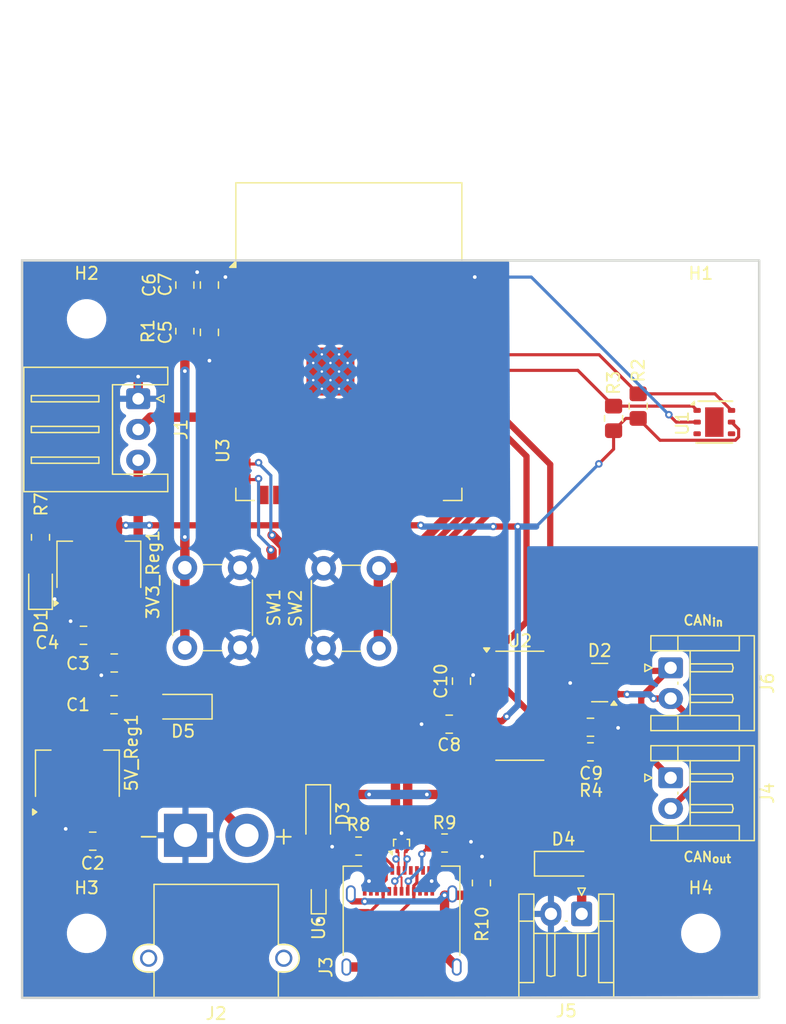
<source format=kicad_pcb>
(kicad_pcb (version 20240108) (generator "pcbnew") (generator_version "8.0")
  (layers (0 "F.Cu" signal) (31 "B.Cu" signal) (34 "B.Paste" user) (35 "F.Paste" user) (36 "B.SilkS" user "B.Silkscreen") (37 "F.SilkS" user "F.Silkscreen") (38 "B.Mask" user) (39 "F.Mask" user) (44 "Edge.Cuts" user))
  (net 0 "")
  (net 1 "+5V")
  (net 2 "GND")
  (net 3 "/Vbat")
  (net 4 "+3V3")
  (net 5 "Net-(U3-EN)")
  (net 6 "Net-(D1-A)")
  (net 7 "/CANH")
  (net 8 "/CANL")
  (net 9 "/CO2_PWM")
  (net 10 "Net-(J3-SHIELD)")
  (net 11 "Net-(J3-CC2)")
  (net 12 "/USB_D_N")
  (net 13 "Net-(J3-CC1)")
  (net 14 "/USB_D_P")
  (net 15 "/I2C1_SCL")
  (net 16 "Net-(U2-WAKE)")
  (net 17 "Net-(U3-IO0)")
  (net 21 "/CAN_STBn")
  (net 22 "/CAN_RX")
  (net 23 "/CAN_EN")
  (net 24 "/CAN_FAULTn")
  (net 26 "/CAN_TX")
  (net 53 "/I2C1_SDA")
  (net 54 "+5V_reg")
  (net 55 "+5V_usb")
  (net 56 "+5V_mb")
  (footprint "Capacitor_SMD:C_0805_2012Metric_Pad1.18x1.45mm_HandSolder" (layer "F.Cu") (at 40.25 64.25 180)
    (property "Reference" "C2")
    (property "Value" "1u")
  )
  (footprint "Package_SO:SOIC-14_3.9x8.7mm_P1.27mm" (layer "F.Cu") (at 75.0175 53.23)
    (property "Reference" "U2")
    (property "Value" "TCAN1043xDxQ1")
  )
  (footprint "Diode_SMD:D_SOD-123" (layer "F.Cu") (at 47.6054 53.3082 180)
    (property "Reference" "D5")
    (property "Value" "D_Schottky")
  )
  (footprint "Resistor_SMD:R_0805_2012Metric_Pad1.20x1.40mm_HandSolder" (layer "F.Cu") (at 68.89 64.4)
    (property "Reference" "R9")
    (property "Value" "5.11k")
  )
  (footprint "Capacitor_SMD:C_0805_2012Metric_Pad1.18x1.45mm_HandSolder" (layer "F.Cu") (at 69.2675 54.73 180)
    (property "Reference" "C8")
    (property "Value" "100n")
  )
  (footprint "MountingHole:MountingHole_2.7mm_M2.5" (layer "F.Cu") (at 39.75 71.75)
    (property "Reference" "H3")
    (property "Value" "MountingHole_Pad")
  )
  (footprint "Connector_AMASS:AMASS_XT30PW-M_1x02_P2.50mm_Horizontal" (layer "F.Cu") (at 47.8 63.775 180)
    (property "Reference" "J2")
    (property "Value" "BATTERY")
  )
  (footprint "Resistor_SMD:R_0805_2012Metric_Pad1.20x1.40mm_HandSolder" (layer "F.Cu") (at 84.65 28.85 90)
    (property "Reference" "R2")
    (property "Value" "10k")
  )
  (footprint "Connector_JST:JST_EH_S2B-EH_1x02_P2.50mm_Horizontal" (layer "F.Cu") (at 87.2936 59.0936 -90)
    (property "Reference" "J4")
    (property "Value" "CAN_BUS_out")
  )
  (footprint "Connector_JST:JST_XH_S3B-XH-A_1x03_P2.50mm_Horizontal" (layer "F.Cu") (at 43.95 28.25 -90)
    (property "Reference" "J1")
    (property "Value" "CO2_Conn")
  )
  (footprint "Capacitor_SMD:C_0805_2012Metric_Pad1.18x1.45mm_HandSolder" (layer "F.Cu") (at 39.5 47.5 180)
    (property "Reference" "C4")
    (property "Value" "2.2u")
  )
  (footprint "Capacitor_SMD:C_0805_2012Metric_Pad1.18x1.45mm_HandSolder" (layer "F.Cu") (at 47.75 19 90)
    (property "Reference" "C6")
    (property "Value" "0.1u")
  )
  (footprint "Connector_JST:JST_EH_S2B-EH_1x02_P2.50mm_Horizontal" (layer "F.Cu") (at 80.05 70.1675 180)
    (property "Reference" "J5")
    (property "Value" "Conn_01x02_Pin")
  )
  (footprint "LED_SMD:LED_0805_2012Metric_Pad1.15x1.40mm_HandSolder" (layer "F.Cu") (at 36 43.525 90)
    (property "Reference" "D1")
    (property "Value" "LED")
  )
  (footprint "Capacitor_SMD:C_0805_2012Metric_Pad1.18x1.45mm_HandSolder" (layer "F.Cu") (at 49.75 22.85 -90)
    (property "Reference" "C5")
    (property "Value" "1u")
  )
  (footprint "Package_SON:Texas_PWSON-N6" (layer "F.Cu") (at 90.85 30.15)
    (property "Reference" "U1")
    (property "Value" "HDC1080")
  )
  (footprint "Capacitor_SMD:C_0805_2012Metric_Pad1.18x1.45mm_HandSolder" (layer "F.Cu") (at 41.9875 53.15 180)
    (property "Reference" "C1")
    (property "Value" "2.2u")
  )
  (footprint "Connector_USB:USB_C_Receptacle_Amphenol_12401610E4-2A" (layer "F.Cu") (at 65.39 71.65)
    (property "Reference" "J3")
    (property "Value" "USB_C_Receptacle_USB2.0_14P")
  )
  (footprint "Resistor_SMD:R_0805_2012Metric_Pad1.20x1.40mm_HandSolder" (layer "F.Cu") (at 61.89 64.65 180)
    (property "Reference" "R8")
    (property "Value" "5.11k")
  )
  (footprint "Button_Switch_THT:SW_PUSH_6mm" (layer "F.Cu") (at 52.25 42 -90)
    (property "Reference" "SW1")
    (property "Value" "RESET")
  )
  (footprint "MountingHole:MountingHole_2.7mm_M2.5" (layer "F.Cu") (at 89.75 71.75)
    (property "Reference" "H4")
    (property "Value" "MountingHole_Pad")
  )
  (footprint "Capacitor_SMD:C_0805_2012Metric_Pad1.18x1.45mm_HandSolder" (layer "F.Cu") (at 49.75 19 90)
    (property "Reference" "C7")
    (property "Value" "22u")
  )
  (footprint "Package_TO_SOT_SMD:Texas_DRT-3" (layer "F.Cu") (at 65.39 64.65)
    (property "Reference" "U7" (hide yes))
    (property "Value" "TPD2EUSB30A")
  )
  (footprint "Resistor_SMD:R_0805_2012Metric_Pad1.20x1.40mm_HandSolder" (layer "F.Cu") (at 47.75 22.75 -90)
    (property "Reference" "R1")
    (property "Value" "10k")
  )
  (footprint "Resistor_SMD:R_0805_2012Metric_Pad1.20x1.40mm_HandSolder" (layer "F.Cu") (at 80.7675 56.98 180)
    (property "Reference" "R4")
    (property "Value" "10k")
  )
  (footprint "Capacitor_SMD:C_0805_2012Metric_Pad1.18x1.45mm_HandSolder" (layer "F.Cu") (at 70.2675 51.23 90)
    (property "Reference" "C10")
    (property "Value" "100n")
  )
  (footprint "Resistor_SMD:R_0805_2012Metric_Pad1.20x1.40mm_HandSolder" (layer "F.Cu") (at 82.65 29.85 90)
    (property "Reference" "R3")
    (property "Value" "10k")
  )
  (footprint "Diode_SMD:D_SOD-123" (layer "F.Cu") (at 58.6046 62.0204 -90)
    (property "Reference" "D3")
    (property "Value" "D_Schottky")
  )
  (footprint "MountingHole:MountingHole_2.7mm_M2.5" (layer "F.Cu") (at 39.75 21.75)
    (property "Reference" "H2")
    (property "Value" "MountingHole_Pad")
  )
  (footprint "Resistor_SMD:R_0805_2012Metric_Pad1.20x1.40mm_HandSolder" (layer "F.Cu") (at 36 39.525 -90)
    (property "Reference" "R7")
    (property "Value" "40")
  )
  (footprint "Package_TO_SOT_SMD:SOT-223-3_TabPin2" (layer "F.Cu") (at 40.75 41.75 90)
    (property "Reference" "3V3_Reg1")
    (property "Value" "TLV76133DCY")
  )
  (footprint "Button_Switch_THT:SW_PUSH_6mm" (layer "F.Cu") (at 59.05 48.55 90)
    (property "Reference" "SW2")
    (property "Value" "BOOT")
  )
  (footprint "Connector_JST:JST_EH_S2B-EH_1x02_P2.50mm_Horizontal" (layer "F.Cu") (at 87.2936 50.1436 -90)
    (property "Reference" "J6")
    (property "Value" "CAN_BUS_in")
  )
  (footprint "Package_TO_SOT_SMD:SOT-223-3_TabPin2" (layer "F.Cu") (at 39 58.75 90)
    (property "Reference" "5V_Reg1")
    (property "Value" "TLV76150DCY")
  )
  (footprint "Diode_SMD:D_SOD-123" (layer "F.Cu") (at 78.57 66.0844)
    (property "Reference" "D4")
    (property "Value" "D_Schottky")
  )
  (footprint "MountingHole:MountingHole_2.7mm_M2.5" (layer "F.Cu") (at 89.75 21.75)
    (property "Reference" "H1")
    (property "Value" "MountingHole_Pad")
  )
  (footprint "Resistor_SMD:R_0805_2012Metric_Pad1.20x1.40mm_HandSolder" (layer "F.Cu") (at 71.89 67.65 90)
    (property "Reference" "R10")
    (property "Value" "1M")
  )
  (footprint "Diode_SMD:D_SOD-523" (layer "F.Cu") (at 58.64 68.9 90)
    (property "Reference" "U6")
    (property "Value" "TPD1E05U06DYA")
  )
  (footprint "Capacitor_SMD:C_0805_2012Metric_Pad1.18x1.45mm_HandSolder" (layer "F.Cu") (at 42 49.75 180)
    (property "Reference" "C3")
    (property "Value" "1u")
  )
  (footprint "Package_TO_SOT_SMD:SOT-23" (layer "F.Cu") (at 81.5175 51.3425 180)
    (property "Reference" "D2")
    (property "Value" "NUP2105L")
  )
  (footprint "Capacitor_SMD:C_0805_2012Metric_Pad1.18x1.45mm_HandSolder" (layer "F.Cu") (at 80.7675 54.98)
    (property "Reference" "C9")
    (property "Value" "100n")
  )
  (footprint "RF_Module:ESP32-S3-WROOM-1" (layer "F.Cu") (at 61.1 23.58)
    (property "Reference" "U3")
    (property "Value" "ESP32-S3-WROOM-1")
  )
  (gr_rect (start 34.5 17) (end 94.5 77) (stroke (width 0.2)) (fill none) (layer "Edge.Cuts"))
  (gr_text "CAN_{out}" (at 88.25 66 0) (layer "F.SilkS") (effects (font (size 0.8 0.8) (thickness 0.15) (bold yes)) (justify left bottom)))
  (gr_text "CAN_{in}" (at 88.25 46.75 0) (layer "F.SilkS") (effects (font (size 0.8 0.8) (thickness 0.15) (bold yes)) (justify left bottom)))
  (segment (start 45.25 50.9) (end 49.1 50.9) (width 0.762) (layer "F.Cu") (net 1))
  (segment (start 43.05 49.7375) (end 43.0375 49.75) (width 0.2) (layer "F.Cu") (net 1))
  (segment (start 49.1 50.9) (end 51.4623 53.2623) (width 0.762) (layer "F.Cu") (net 1))
  (segment (start 79.73 54.98) (end 79.7675 54.98) (width 0.508) (layer "F.Cu") (net 1))
  (segment (start 45.25 50.9) (end 44.1875 50.9) (width 0.762) (layer "F.Cu") (net 1))
  (segment (start 76.92 66.0844) (end 76.92 65.82) (width 0.762) (layer "F.Cu") (net 1))
  (segment (start 70.575 51.96) (end 70.2675 52.2675) (width 0.508) (layer "F.Cu") (net 1))
  (segment (start 76.517501 54.5) (end 73.977501 51.96) (width 0.508) (layer "F.Cu") (net 1))
  (segment (start 75 63.9) (end 75 63.7475) (width 0.762) (layer "F.Cu") (net 1))
  (segment (start 67.45 60.45) (end 67.4 60.45) (width 0.762) (layer "F.Cu") (net 1))
  (segment (start 77.4925 54.5) (end 79.25 54.5) (width 0.508) (layer "F.Cu") (net 1))
  (segment (start 44.1875 50.9) (end 43.0375 49.75) (width 0.762) (layer "F.Cu") (net 1))
  (segment (start 73.977501 51.96) (end 72.5425 51.96) (width 0.508) (layer "F.Cu") (net 1))
  (segment (start 43.0375 44.9125) (end 43.05 44.9) (width 0.762) (layer "F.Cu") (net 1))
  (segment (start 75 63.9) (end 71.55 60.45) (width 0.762) (layer "F.Cu") (net 1))
  (segment (start 51.4623 53.2623) (end 58.65 60.45) (width 0.762) (layer "F.Cu") (net 1))
  (segment (start 43.95 33.25) (end 43.95 44) (width 0.762) (layer "F.Cu") (net 1))
  (segment (start 72.5425 51.96) (end 70.575 51.96) (width 0.508) (layer "F.Cu") (net 1))
  (segment (start 51.4164 53.3082) (end 51.4623 53.2623) (width 0.1524) (layer "F.Cu") (net 1))
  (segment (start 58.65 60.45) (end 62.75 60.45) (width 0.762) (layer "F.Cu") (net 1))
  (segment (start 43.0375 49.75) (end 43.0375 44.9125) (width 0.762) (layer "F.Cu") (net 1))
  (segment (start 49.2554 53.3082) (end 51.4164 53.3082) (width 0.762) (layer "F.Cu") (net 1))
  (segment (start 79.25 54.5) (end 79.73 54.98) (width 0.508) (layer "F.Cu") (net 1))
  (segment (start 77.4925 54.5) (end 76.517501 54.5) (width 0.508) (layer "F.Cu") (net 1))
  (segment (start 79.7675 54.98) (end 81.7675 56.98) (width 0.508) (layer "F.Cu") (net 1))
  (segment (start 71.55 60.45) (end 67.45 60.45) (width 0.762) (layer "F.Cu") (net 1))
  (segment (start 43.95 44) (end 43.05 44.9) (width 0.762) (layer "F.Cu") (net 1))
  (segment (start 76.92 65.82) (end 75 63.9) (width 0.762) (layer "F.Cu") (net 1))
  (segment (start 75 63.7475) (end 81.7675 56.98) (width 0.762) (layer "F.Cu") (net 1))
  (via (at 62.75 60.45) (size 0.61) (drill 0.3) (layers "F.Cu" "B.Cu") (net 1))
  (via (at 67.45 60.45) (size 0.61) (drill 0.3) (layers "F.Cu" "B.Cu") (net 1))
  (segment (start 62.75 60.45) (end 67.45 60.45) (width 0.762) (layer "B.Cu") (net 1))
  (segment (start 36.7 61.9) (end 38.05 63.25) (width 0.762) (layer "F.Cu") (net 2))
  (segment (start 40.95 53.15) (end 40.95 50.75) (width 0.762) (layer "F.Cu") (net 2))
  (segment (start 72.5425 50.69) (end 71.2775 50.69) (width 0.508) (layer "F.Cu") (net 2))
  (segment (start 62.64 66.63) (end 62.64 67.4) (width 0.254) (layer "F.Cu") (net 2))
  (segment (start 38.4625 46.3375) (end 38.4625 44.9125) (width 0.762) (layer "F.Cu") (net 2))
  (segment (start 69.85 18.32) (end 71.32 18.32) (width 0.762) (layer "F.Cu") (net 2))
  (segment (start 67.89 68.33) (end 67.89 67.55) (width 0.254) (layer "F.Cu") (net 2))
  (segment (start 49.75 17.9625) (end 48.7625 17.9625) (width 0.762) (layer "F.Cu") (net 2))
  (segment (start 67.84 67.5) (end 67.84 67.6) (width 0.254) (layer "F.Cu") (net 2))
  (segment (start 52.35 18.32) (end 51.08 18.32) (width 0.762) (layer "F.Cu") (net 2))
  (segment (start 68.134 67.306) (end 67.94 67.5) (width 0.254) (layer "F.Cu") (net 2))
  (segment (start 62.64 67.4) (end 62.74 67.5) (width 0.254) (layer "F.Cu") (net 2))
  (segment (start 43.95 28.25) (end 43.95 26.45) (width 0.762) (layer "F.Cu") (net 2))
  (segment (start 40.9625 50.7625) (end 40.95 50.75) (width 0.762) (layer "F.Cu") (net 2))
  (segment (start 50.1075 18.32) (end 49.75 17.9625) (width 0.762) (layer "F.Cu") (net 2))
  (segment (start 81.805 54.98) (end 82.9675 54.98) (width 0.508) (layer "F.Cu") (net 2))
  (segment (start 62.39 68.33) (end 62.39 67.85) (width 0.254) (layer "F.Cu") (net 2))
  (segment (start 48.7625 17.9625) (end 48.75 17.95) (width 0.762) (layer "F.Cu") (net 2))
  (segment (start 69.89 64.4) (end 70.94 64.4) (width 0.508) (layer "F.Cu") (net 2))
  (segment (start 48.7375 17.9625) (end 47.75 17.9625) (width 0.762) (layer "F.Cu") (net 2))
  (segment (start 71.32 18.32) (end 71.35 18.35) (width 0.762) (layer "F.Cu") (net 2))
  (segment (start 67.94 67.5) (end 67.84 67.5) (width 0.254) (layer "F.Cu") (net 2))
  (segment (start 38.4625 46.3625) (end 38.45 46.35) (width 0.762) (layer "F.Cu") (net 2))
  (segment (start 36 44.55) (end 37.15 44.55) (width 0.762) (layer "F.Cu") (net 2))
  (segment (start 67.84 67.6) (end 67.94 67.5) (width 0.254) (layer "F.Cu") (net 2))
  (segment (start 59.79 64.65) (end 59.74 64.7) (width 0.762) (layer "F.Cu") (net 2))
  (segment (start 38.4625 44.9125) (end 38.45 44.9) (width 0.762) (layer "F.Cu") (net 2))
  (segment (start 71.3175 50.73) (end 71.2175 50.73) (width 0.508) (layer "F.Cu") (net 2))
  (segment (start 70.94 64.4) (end 71.04 64.3) (width 0.508) (layer "F.Cu") (net 2))
  (segment (start 67.89 67.55) (end 67.94 67.5) (width 0.254) (layer "F.Cu") (net 2))
  (segment (start 48.75 17.95) (end 48.7375 17.9625) (width 0.762) (layer "F.Cu") (net 2))
  (segment (start 40.9625 50.7375) (end 40.9625 49.75) (width 0.762) (layer "F.Cu") (net 2))
  (segment (start 51.02 18.32) (end 50.1075 18.32) (width 0.762) (layer "F.Cu") (net 2))
  (segment (start 38.1 44.55) (end 38.45 44.9) (width 0.762) (layer "F.Cu") (net 2))
  (segment (start 51.08 18.32) (end 51.05 18.35) (width 0.762) (layer "F.Cu") (net 2))
  (segment (start 40.9625 49.75) (end 40.7125 49.75) (width 0.762) (layer "F.Cu") (net 2))
  (segment (start 36.7 61.9) (end 36.5666 61.7666) (width 0.762) (layer "F.Cu") (net 2))
  (segment (start 68.14 66.63) (end 68.134 66.636) (width 0.254) (layer "F.Cu") (net 2))
  (segment (start 38.45 47.4875) (end 38.4625 47.5) (width 0.762) (layer "F.Cu") (net 2))
  (segment (start 70.765 50.69) (end 70.2675 50.1925) (width 0.508) (layer "F.Cu") (net 2))
  (segment (start 51.05 18.35) (end 51.02 18.32) (width 0.762) (layer "F.Cu") (net 2))
  (segment (start 38.45 46.35) (end 38.4625 46.3375) (width 0.762) (layer "F.Cu") (net 2))
  (segment (start 65.39 64.225) (end 65.39 63.6) (width 0.254) (layer "F.Cu") (net 2))
  (segment (start 40.95 50.75) (end 40.9625 50.7375) (width 0.762) (layer "F.Cu") (net 2))
  (segment (start 82.9675 54.98) (end 83.0175 55.03) (width 0.508) (layer "F.Cu") (net 2))
  (segment (start 71.2175 50.63) (end 71.1575 50.69) (width 0.508) (layer "F.Cu") (net 2))
  (segment (start 60.89 64.65) (end 59.79 64.65) (width 0.762) (layer "F.Cu") (net 2))
  (segment (start 68.23 54.73) (end 67.0175 54.73) (width 0.508) (layer "F.Cu") (net 2))
  (segment (start 87.75 30.15) (end 87.15 29.55) (width 0.254) (layer "F.Cu") (net 2))
  (segment (start 71.89 65.55) (end 71.94 65.5) (width 0.508) (layer "F.Cu") (net 2))
  (segment (start 87.15 29.55) (end 87.3 29.7) (width 0.254) (layer "F.Cu") (net 2))
  (segment (start 39.05 64.25) (end 39.2125 64.25) (width 0.762) (layer "F.Cu") (net 2))
  (segment (start 80.5425 51.38) (end 80.58 51.3425) (width 0.508) (layer "F.Cu") (net 2))
  (segment (start 68.134 66.636) (end 68.134 67.306) (width 0.254) (layer "F.Cu") (net 2))
  (segment (start 71.2775 50.69) (end 71.3175 50.73) (width 0.508) (layer "F.Cu") (net 2))
  (segment (start 62.39 67.85) (end 62.74 67.5) (width 0.254) (layer "F.Cu") (net 2))
  (segment (start 71.89 66.65) (end 71.89 65.55) (width 0.508) (layer "F.Cu") (net 2))
  (segment (start 49.75 23.7875) (end 49.75 25.15) (width 0.762) (layer "F.Cu") (net 2))
  (segment (start 38.4625 47.5) (end 38.4625 46.3625) (width 0.762) (layer "F.Cu") (net 2))
  (segment (start 79.1175 51.38) (end 80.5425 51.38) (width 0.508) (layer "F.Cu") (net 2))
  (segment (start 71.2175 50.73) (end 71.2175 50.63) (width 0.508) (layer "F.Cu") (net 2))
  (segment (start 58.64 69.6) (end 58.64 70.7) (width 0.508) (layer "F.Cu") (net 2))
  (segment (start 37.15 44.55) (end 38.1 44.55) (width 0.762) (layer "F.Cu") (net 2))
  (segment (start 89.45 30.15) (end 87.75 30.15) (width 0.254) (layer "F.Cu") (net 2))
  (segment (start 38.05 63.25) (end 39.05 64.25) (width 0.762) (layer "F.Cu") (net 2))
  (segment (start 71.1575 50.69) (end 70.765 50.69) (width 0.508) (layer "F.Cu") (net 2))
  (segment (start 71.2175 50.63) (end 71.2175 50.63) (width 0.508) (layer "F.Cu") (net 2))
  (via (at 40.95 50.75) (size 0.61) (drill 0.3) (layers "F.Cu" "B.Cu") (net 2))
  (via (at 71.94 65.5) (size 0.61) (drill 0.3) (layers "F.Cu" "B.Cu") (net 2))
  (via (at 49.75 25.15) (size 0.61) (drill 0.3) (layers "F.Cu" "B.Cu") (net 2))
  (via (at 79.1175 51.38) (size 0.61) (drill 0.3) (layers "F.Cu" "B.Cu") (net 2))
  (via (at 38.45 46.35) (size 0.61) (drill 0.3) (layers "F.Cu" "B.Cu") (net 2))
  (via (at 71.04 64.3) (size 0.61) (drill 0.3) (layers "F.Cu" "B.Cu") (net 2))
  (via (at 83.0175 55.03) (size 0.61) (drill 0.3) (layers "F.Cu" "B.Cu") (net 2))
  (via (at 67.0175 54.73) (size 0.61) (drill 0.3) (layers "F.Cu" "B.Cu") (net 2))
  (via (at 71.2175 50.73) (size 0.61) (drill 0.3) (layers "F.Cu" "B.Cu") (net 2))
  (via (at 62.74 67.5) (size 0.61) (drill 0.3) (layers "F.Cu" "B.Cu") (net 2))
  (via (at 48.75 17.95) (size 0.61) (drill 0.3) (layers "F.Cu" "B.Cu") (net 2))
  (via (at 43.95 26.45) (size 0.61) (drill 0.3) (layers "F.Cu" "B.Cu") (net 2))
  (via (at 67.84 67.5) (size 0.61) (drill 0.3) (layers "F.Cu" "B.Cu") (net 2))
  (via (at 58.64 70.7) (size 0.61) (drill 0.3) (layers "F.Cu" "B.Cu") (net 2))
  (via (at 71.35 18.35) (size 0.61) (drill 0.3) (layers "F.Cu" "B.Cu") (net 2))
  (via (at 51.05 18.35) (size 0.61) (drill 0.3) (layers "F.Cu" "B.Cu") (net 2))
  (via (at 37.15 44.55) (size 0.61) (drill 0.3) (layers "F.Cu" "B.Cu") (net 2))
  (via (at 87.15 29.55) (size 0.61) (drill 0.3) (layers "F.Cu" "B.Cu") (net 2))
  (via (at 38.05 63.25) (size 0.61) (drill 0.3) (layers "F.Cu" "B.Cu") (net 2))
  (via (at 65.39 63.6) (size 0.61) (drill 0.3) (layers "F.Cu" "B.Cu") (net 2))
  (via (at 59.74 64.7) (size 0.61) (drill 0.3) (layers "F.Cu" "B.Cu") (net 2))
  (segment (start 87 29.4) (end 75.95 18.35) (width 0.254) (layer "B.Cu") (net 2))
  (segment (start 75.95 18.35) (end 71.35 18.35) (width 0.254) (layer "B.Cu") (net 2))
  (segment (start 41.2875 61.9125) (end 41.3 61.9) (width 0.762) (layer "F.Cu") (net 3))
  (segment (start 41.2875 64.25) (end 41.2875 61.9125) (width 0.762) (layer "F.Cu") (net 3))
  (segment (start 52.8 63.775) (end 49.125 60.1) (width 0.762) (layer "F.Cu") (net 3))
  (segment (start 43.1 60.1) (end 41.3 61.9) (width 0.762) (layer "F.Cu") (net 3))
  (segment (start 49.125 60.1) (end 43.1 60.1) (width 0.762) (layer "F.Cu") (net 3))
  (segment (start 84.65 29.85) (end 83.65 29.85) (width 0.254) (layer "F.Cu") (net 4))
  (segment (start 47.75 21.75) (end 47.75 20.0375) (width 0.762) (layer "F.Cu") (net 4))
  (segment (start 72.3125 54.73) (end 72.5425 54.5) (width 0.508) (layer "F.Cu") (net 4))
  (segment (start 50.1975 19.59) (end 49.75 20.0375) (width 0.762) (layer "F.Cu") (net 4))
  (segment (start 72.5425 54.5) (end 73.55 54.5) (width 0.508) (layer "F.Cu") (net 4))
  (segment (start 40.75 38.6) (end 40.75 27.0375) (width 0.762) (layer "F.Cu") (net 4))
  (segment (start 40.8 38.55) (end 40.75 38.6) (width 0.508) (layer "F.Cu") (net 4))
  (segment (start 42.95 38.55) (end 40.8 38.55) (width 0.508) (layer "F.Cu") (net 4))
  (segment (start 44.85 38.55) (end 66.95 38.55) (width 0.508) (layer "F.Cu") (net 4))
  (segment (start 70.305 54.73) (end 70.305 55.1925) (width 0.508) (layer "F.Cu") (net 4))
  (segment (start 82.65 30.85) (end 82.65 32.35) (width 0.254) (layer "F.Cu") (net 4))
  (segment (start 84.65 29.85) (end 86.4294 31.6294) (width 0.254) (layer "F.Cu") (net 4))
  (segment (start 82.65 32.35) (end 81.65 33.35) (width 0.254) (layer "F.Cu") (net 4))
  (segment (start 86.4294 31.6294) (end 92.559924 31.6294) (width 0.254) (layer "F.Cu") (net 4))
  (segment (start 52.35 19.59) (end 50.1975 19.59) (width 0.762) (layer "F.Cu") (net 4))
  (segment (start 73.55 54.5) (end 73.95 54.1) (width 0.508) (layer "F.Cu") (net 4))
  (segment (start 92.559924 31.6294) (end 92.8294 31.359924) (width 0.254) (layer "F.Cu") (net 4))
  (segment (start 40.75 44.9) (end 40.75 38.6) (width 0.762) (layer "F.Cu") (net 4))
  (segment (start 74.85 38.65) (end 72.85 38.65) (width 0.508) (layer "F.Cu") (net 4))
  (segment (start 92.8294 31.359924) (end 92.8294 30.7294) (width 0.254) (layer "F.Cu") (net 4))
  (segment (start 40.75 27.0375) (end 47.75 20.0375) (width 0.762) (layer "F.Cu") (net 4))
  (segment (start 40.75 38.6) (end 36.075 38.6) (width 0.762) (layer "F.Cu") (net 4))
  (segment (start 40.5375 47.5) (end 40.5375 45.1125) (width 0.762) (layer "F.Cu") (net 4))
  (segment (start 47.75 20.0375) (end 49.75 20.0375) (width 0.762) (layer "F.Cu") (net 4))
  (segment (start 70.305 54.73) (end 72.3125 54.73) (width 0.508) (layer "F.Cu") (net 4))
  (segment (start 83.65 29.85) (end 82.65 30.85) (width 0.254) (layer "F.Cu") (net 4))
  (segment (start 40.5375 45.1125) (end 40.75 44.9) (width 0.762) (layer "F.Cu") (net 4))
  (segment (start 36.075 38.6) (end 36 38.525) (width 0.762) (layer "F.Cu") (net 4))
  (segment (start 47.4625 20.0375) (end 47.75 20.0375) (width 0.762) (layer "F.Cu") (net 4))
  (segment (start 92.8294 30.7294) (end 92.25 30.15) (width 0.254) (layer "F.Cu") (net 4))
  (via (at 72.85 38.65) (size 0.61) (drill 0.3) (layers "F.Cu" "B.Cu") (net 4))
  (via (at 42.95 38.55) (size 0.61) (drill 0.3) (layers "F.Cu" "B.Cu") (net 4))
  (via (at 73.95 54.1) (size 0.61) (drill 0.3) (layers "F.Cu" "B.Cu") (net 4))
  (via (at 81.45 33.55) (size 0.61) (drill 0.3) (layers "F.Cu" "B.Cu") (net 4))
  (via (at 66.95 38.55) (size 0.61) (drill 0.3) (layers "F.Cu" "B.Cu") (net 4))
  (via (at 44.85 38.55) (size 0.61) (drill 0.3) (layers "F.Cu" "B.Cu") (net 4))
  (via (at 74.85 38.65) (size 0.61) (drill 0.3) (layers "F.Cu" "B.Cu") (net 4))
  (segment (start 81.45 33.55) (end 76.35 38.65) (width 0.254) (layer "B.Cu") (net 4))
  (segment (start 74.85 53.2) (end 74.85 38.65) (width 0.508) (layer "B.Cu") (net 4))
  (segment (start 44.85 38.55) (end 42.95 38.55) (width 0.508) (layer "B.Cu") (net 4))
  (segment (start 74.85 38.65) (end 76.35 38.65) (width 0.508) (layer "B.Cu") (net 4))
  (segment (start 42.95 38.55) (end 43.05 38.55) (width 0.508) (layer "B.Cu") (net 4))
  (segment (start 72.85 38.65) (end 67.05 38.65) (width 0.508) (layer "B.Cu") (net 4))
  (segment (start 81.4 33.6) (end 81.45 33.55) (width 0.254) (layer "B.Cu") (net 4))
  (segment (start 67.05 38.65) (end 66.95 38.55) (width 0.508) (layer "B.Cu") (net 4))
  (segment (start 73.95 54.1) (end 74.85 53.2) (width 0.508) (layer "B.Cu") (net 4))
  (segment (start 47.75 42) (end 47.75 39.5) (width 0.762) (layer "F.Cu") (net 5))
  (segment (start 52.35 20.86) (end 51.3275 20.86) (width 0.762) (layer "F.Cu") (net 5))
  (segment (start 50.475 21.7125) (end 49.75 21.7125) (width 0.762) (layer "F.Cu") (net 5))
  (segment (start 47.75 23.7125) (end 49.75 21.7125) (width 0.762) (layer "F.Cu") (net 5))
  (segment (start 47.75 23.75) (end 47.75 23.7125) (width 0.762) (layer "F.Cu") (net 5))
  (segment (start 47.75 42) (end 47.75 48.5) (width 0.762) (layer "F.Cu") (net 5))
  (segment (start 47.75 23.75) (end 47.75 26) (width 0.762) (layer "F.Cu") (net 5))
  (segment (start 51.3275 20.86) (end 50.475 21.7125) (width 0.762) (layer "F.Cu") (net 5))
  (via (at 47.75 39.5) (size 0.61) (drill 0.3) (layers "F.Cu" "B.Cu") (net 5))
  (via (at 47.75 26) (size 0.61) (drill 0.3) (layers "F.Cu" "B.Cu") (net 5))
  (segment (start 47.75 26) (end 47.75 39.5) (width 0.762) (layer "B.Cu") (net 5))
  (segment (start 36 40.525) (end 36 42.5) (width 0.762) (layer "F.Cu") (net 6))
  (segment (start 82.455 50.3925) (end 87.0447 50.3925) (width 0.508) (layer "F.Cu") (net 7))
  (segment (start 84.9 56.7) (end 87.2936 59.0936) (width 0.508) (layer "F.Cu") (net 7))
  (segment (start 87.0447 50.3925) (end 87.2936 50.1436) (width 0.508) (layer "F.Cu") (net 7))
  (segment (start 84.9 52.5372) (end 84.9 56.7) (width 0.508) (layer "F.Cu") (net 7))
  (segment (start 77.79 50.3925) (end 82.455 50.3925) (width 0.508) (layer "F.Cu") (net 7))
  (segment (start 87.2936 50.1436) (end 84.9 52.5372) (width 0.508) (layer "F.Cu") (net 7))
  (segment (start 77.4925 50.69) (end 77.79 50.3925) (width 0.508) (layer "F.Cu") (net 7))
  (segment (start 77.4925 51.96) (end 78.691428 51.96) (width 0.508) (layer "F.Cu") (net 8))
  (segment (start 87.2936 52.6436) (end 85.9564 52.6436) (width 0.508) (layer "F.Cu") (net 8))
  (segment (start 89.45 54.8) (end 89.45 59.4372) (width 0.508) (layer "F.Cu") (net 8))
  (segment (start 83.75 52.3) (end 83.75 52.35) (width 0.508) (layer "F.Cu") (net 8))
  (segment (start 85.9 52.7) (end 85.95 52.65) (width 0.508) (layer "F.Cu") (net 8))
  (segment (start 87.2936 52.6436) (end 89.45 54.8) (width 0.508) (layer "F.Cu") (net 8))
  (segment (start 82.455 52.2925) (end 83.6925 52.2925) (width 0.508) (layer "F.Cu") (net 8))
  (segment (start 85.9564 52.6436) (end 85.95 52.65) (width 0.508) (layer "F.Cu") (net 8))
  (segment (start 85.9 52.65) (end 85.9 52.7) (width 0.508) (layer "F.Cu") (net 8))
  (segment (start 85.95 52.65) (end 85.9 52.65) (width 0.508) (layer "F.Cu") (net 8))
  (segment (start 83.6925 52.2925) (end 83.7 52.3) (width 0.508) (layer "F.Cu") (net 8))
  (segment (start 83.7 52.3) (end 83.75 52.3) (width 0.508) (layer "F.Cu") (net 8))
  (segment (start 78.691428 51.96) (end 79.023928 52.2925) (width 0.508) (layer "F.Cu") (net 8))
  (segment (start 83.75 52.35) (end 83.7 52.3) (width 0.508) (layer "F.Cu") (net 8))
  (segment (start 79.023928 52.2925) (end 82.455 52.2925) (width 0.508) (layer "F.Cu") (net 8))
  (segment (start 89.45 59.4372) (end 87.2936 61.5936) (width 0.508) (layer "F.Cu") (net 8))
  (via (at 85.9 52.65) (size 0.61) (drill 0.3) (layers "F.Cu" "B.Cu") (net 8))
  (via (at 83.75 52.3) (size 0.61) (drill 0.3) (layers "F.Cu" "B.Cu") (net 8))
  (segment (start 85.55 52.3) (end 85.9 52.65) (width 0.508) (layer "B.Cu") (net 8))
  (segment (start 83.75 52.3) (end 85.55 52.3) (width 0.508) (layer "B.Cu") (net 8))
  (segment (start 44.95 29.75) (end 52.35 29.75) (width 0.762) (layer "F.Cu") (net 9))
  (segment (start 43.95 30.75) (end 44.95 29.75) (width 0.762) (layer "F.Cu") (net 9))
  (segment (start 69.52 68.54) (end 69.41 68.65) (width 0.762) (layer "F.Cu") (net 10))
  (segment (start 68.89 73.5) (end 69.88 74.49) (width 0.762) (layer "F.Cu") (net 10))
  (segment (start 61.39 69.15) (end 62.39 69.15) (width 0.508) (layer "F.Cu") (net 10))
  (segment (start 69.63 68.65) (end 69.52 68.54) (width 0.762) (layer "F.Cu") (net 10))
  (segment (start 68.89 68.65) (end 68.89 73.5) (width 0.762) (layer "F.Cu") (net 10))
  (segment (start 67.9 74.49) (end 68.89 73.5) (width 0.762) (layer "F.Cu") (net 10))
  (segment (start 60.9 74.49) (end 67.9 74.49) (width 0.762) (layer "F.Cu") (net 10))
  (segment (start 69.41 68.65) (end 68.89 68.65) (width 0.762) (layer "F.Cu") (net 10))
  (segment (start 61.26 69.02) (end 61.39 69.15) (width 0.508) (layer "F.Cu") (net 10))
  (segment (start 61.26 68.54) (end 61.26 69.02) (width 0.508) (layer "F.Cu") (net 10))
  (segment (start 71.89 68.65) (end 69.63 68.65) (width 0.762) (layer "F.Cu") (net 10))
  (via (at 68.89 68.65) (size 0.61) (drill 0.3) (layers "F.Cu" "B.Cu") (net 10))
  (via (at 62.39 69.15) (size 0.61) (drill 0.3) (layers "F.Cu" "B.Cu") (net 10))
  (segment (start 68.39 69.15) (end 62.39 69.15) (width 0.508) (layer "B.Cu") (net 10))
  (segment (start 68.89 68.65) (end 68.39 69.15) (width 0.508) (layer "B.Cu") (net 10))
  (segment (start 67.04 65.25) (end 67.04 65.3) (width 0.254) (layer "F.Cu") (net 11))
  (segment (start 67.89 64.4) (end 67.04 65.25) (width 0.254) (layer "F.Cu") (net 11))
  (segment (start 65.94 67.5) (end 65.89 67.5) (width 0.254) (layer "F.Cu") (net 11))
  (segment (start 65.89 68.33) (end 65.94 67.5) (width 0.254) (layer "F.Cu") (net 11))
  (segment (start 67.04 65.3) (end 66.99 65.3) (width 0.254) (layer "F.Cu") (net 11))
  (segment (start 66.99 65.3) (end 67.015 65.275) (width 0.254) (layer "F.Cu") (net 11))
  (via (at 67.04 65.3) (size 0.61) (drill 0.3) (layers "F.Cu" "B.Cu") (net 11))
  (via (at 65.94 67.5) (size 0.61) (drill 0.3) (layers "F.Cu" "B.Cu") (net 11))
  (segment (start 67.04 66.4) (end 65.94 67.5) (width 0.254) (layer "B.Cu") (net 11))
  (segment (start 67.04 65.3) (end 67.04 66.4) (width 0.254) (layer "B.Cu") (net 11))
  (segment (start 53.69 33.56) (end 53.75 33.5) (width 0.254) (layer "F.Cu") (net 12))
  (segment (start 65.9744 64.8406) (end 65.9744 62.7344) (width 0.254) (layer "F.Cu") (net 12))
  (segment (start 64.89 67.65) (end 64.84 67.5) (width 0.1524) (layer "F.Cu") (net 12))
  (segment (start 54.85 39.35) (end 55.7644 40.2644) (width 0.762) (layer "F.Cu") (net 12))
  (segment (start 64.84 67.5) (end 64.84 67.6) (width 0.1524) (layer "F.Cu") (net 12))
  (segment (start 53.8 33.45) (end 53.75 33.5) (width 0.254) (layer "F.Cu") (net 12))
  (segment (start 65.64 65.175) (end 65.74 65.075) (width 0.1524) (layer "F.Cu") (net 12))
  (segment (start 65.64 65.6) (end 65.64 65.175) (width 0.1524) (layer "F.Cu") (net 12))
  (segment (start 65.64 65.9) (end 65.64 65.8) (width 0.1524) (layer "F.Cu") (net 12))
  (segment (start 55.7644 48.914477) (end 65.89 59.040077) (width 0.762) (layer "F.Cu") (net 12))
  (segment (start 65.64 65.8) (end 65.74 65.7) (width 0.1524) (layer "F.Cu") (net 12))
  (segment (start 65.89 59.040077) (end 65.89 62.65) (width 0.762) (layer "F.Cu") (net 12))
  (segment (start 53.75 33.45) (end 53.8 33.45) (width 0.254) (layer "F.Cu") (net 12))
  (segment (start 65.74 65.075) (end 65.9744 64.8406) (width 0.254) (layer "F.Cu") (net 12))
  (segment (start 65.74 65.7) (end 65.64 65.6) (width 0.1524) (layer "F.Cu") (net 12))
  (segment (start 52.35 33.56) (end 53.69 33.56) (width 0.254) (layer "F.Cu") (net 12))
  (segment (start 65.64 66.63) (end 65.64 65.9) (width 0.1524) (layer "F.Cu") (net 12))
  (segment (start 55.7644 40.2644) (end 55.7644 48.914477) (width 0.762) (layer "F.Cu") (net 12))
  (segment (start 64.89 68.33) (end 64.89 67.65) (width 0.1524) (layer "F.Cu") (net 12))
  (segment (start 65.9744 62.7344) (end 65.89 62.65) (width 0.254) (layer "F.Cu") (net 12))
  (segment (start 53.75 33.5) (end 53.75 33.45) (width 0.254) (layer "F.Cu") (net 12))
  (via (at 53.75 33.45) (size 0.61) (drill 0.3) (layers "F.Cu" "B.Cu") (net 12))
  (via (at 64.84 67.5) (size 0.61) (drill 0.3) (layers "F.Cu" "B.Cu") (net 12))
  (via (at 65.84 65.7) (size 0.61) (drill 0.3) (layers "F.Cu" "B.Cu") (net 12))
  (via (at 54.85 39.35) (size 0.61) (drill 0.3) (layers "F.Cu" "B.Cu") (net 12))
  (segment (start 54.75 34.5) (end 53.75 33.5) (width 0.254) (layer "B.Cu") (net 12))
  (segment (start 65.74 66.6) (end 65.84 65.7) (width 0.1524) (layer "B.Cu") (net 12))
  (segment (start 65.84 65.7) (end 65.74 65.7) (width 0.1524) (layer "B.Cu") (net 12))
  (segment (start 54.85 39.35) (end 54.75 39.25) (width 0.254) (layer "B.Cu") (net 12))
  (segment (start 64.84 67.5) (end 65.74 66.6) (width 0.1524) (layer "B.Cu") (net 12))
  (segment (start 54.75 39.25) (end 54.75 34.5) (width 0.254) (layer "B.Cu") (net 12))
  (segment (start 64.64 66.63) (end 64.64 66.226467) (width 0.254) (layer "F.Cu") (net 13))
  (segment (start 63.2188 64.65) (end 62.89 64.65) (width 0.254) (layer "F.Cu") (net 13))
  (segment (start 64.64 66.226467) (end 63.063533 64.65) (width 0.254) (layer "F.Cu") (net 13))
  (segment (start 63.063533 64.65) (end 62.89 64.65) (width 0.254) (layer "F.Cu") (net 13))
  (segment (start 65.04 65.7) (end 64.94 65.7) (width 0.1524) (layer "F.Cu") (net 14))
  (segment (start 65.04 65.075) (end 65.04 64.9) (width 0.254) (layer "F.Cu") (net 14))
  (segment (start 54.85 49.35) (end 64.89 59.39) (width 0.762) (layer "F.Cu") (net 14))
  (segment (start 54.75 40.55) (end 54.85 40.65) (width 0.762) (layer "F.Cu") (net 14))
  (segment (start 65.39 68.33) (end 65.39 67.2086) (width 0.1524) (layer "F.Cu") (net 14))
  (segment (start 65.14 65.175) (end 65.04 65.075) (width 0.1524) (layer "F.Cu") (net 14))
  (segment (start 53.67 34.83) (end 53.75 34.75) (width 0.254) (layer "F.Cu") (net 14))
  (segment (start 65.14 66.9586) (end 65.14 66.63) (width 0.1524) (layer "F.Cu") (net 14))
  (segment (start 64.8056 62.7344) (end 64.89 62.65) (width 0.254) (layer "F.Cu") (net 14))
  (segment (start 64.8056 64.6656) (end 64.8056 62.7344) (width 0.254) (layer "F.Cu") (net 14))
  (segment (start 65.04 64.9) (end 64.8056 64.6656) (width 0.254) (layer "F.Cu") (net 14))
  (segment (start 52.35 34.83) (end 53.67 34.83) (width 0.254) (layer "F.Cu") (net 14))
  (segment (start 54.85 40.65) (end 54.85 49.35) (width 0.762) (layer "F.Cu") (net 14))
  (segment (start 65.14 66.63) (end 65.14 65.175) (width 0.1524) (layer "F.Cu") (net 14))
  (segment (start 65.14 65.6) (end 65.14 65.175) (width 0.1524) (layer "F.Cu") (net 14))
  (segment (start 64.94 65.7) (end 65.14 65.6) (width 0.1524) (layer "F.Cu") (net 14))
  (segment (start 65.39 67.2086) (end 65.14 66.9586) (width 0.1524) (layer "F.Cu") (net 14))
  (segment (start 64.89 59.39) (end 64.89 62.65) (width 0.762) (layer "F.Cu") (net 14))
  (via (at 54.75 40.55) (size 0.61) (drill 0.3) (layers "F.Cu" "B.Cu") (net 14))
  (via (at 64.94 65.7) (size 0.61) (drill 0.3) (layers "F.Cu" "B.Cu") (net 14))
  (via (at 53.75 34.75) (size 0.61) (drill 0.3) (layers "F.Cu" "B.Cu") (net 14))
  (segment (start 54.85 40.45) (end 53.75 39.35) (width 0.254) (layer "B.Cu") (net 14))
  (segment (start 53.75 39.35) (end 53.75 34.75) (width 0.254) (layer "B.Cu") (net 14))
  (segment (start 81.47 24.67) (end 84.65 27.85) (width 0.254) (layer "F.Cu") (net 15))
  (segment (start 84.65 27.85) (end 90.9 27.85) (width 0.254) (layer "F.Cu") (net 15))
  (segment (start 90.9 27.85) (end 92.25 29.2) (width 0.254) (layer "F.Cu") (net 15))
  (segment (start 69.85 24.67) (end 81.47 24.67) (width 0.254) (layer "F.Cu") (net 15))
  (segment (start 77.4925 55.77) (end 78.5575 55.77) (width 0.508) (layer "F.Cu") (net 16))
  (segment (start 78.5575 55.77) (end 79.7675 56.98) (width 0.508) (layer "F.Cu") (net 16))
  (segment (start 64.914213 42) (end 63.5 42) (width 0.762) (layer "F.Cu") (net 17))
  (segment (start 63.5 48.5) (end 63.5 42) (width 0.762) (layer "F.Cu") (net 17))
  (segment (start 69.85 34.83) (end 69.85 37.064213) (width 0.762) (layer "F.Cu") (net 17))
  (segment (start 69.85 37.064213) (end 64.914213 42) (width 0.762) (layer "F.Cu") (net 17))
  (segment (start 71.108 27.21) (end 77.4925 33.5945) (width 0.508) (layer "F.Cu") (net 21))
  (segment (start 77.4925 33.5945) (end 77.4925 49.42) (width 0.508) (layer "F.Cu") (net 21))
  (segment (start 69.85 27.21) (end 71.108 27.21) (width 0.508) (layer "F.Cu") (net 21))
  (segment (start 71.108 29.75) (end 72.3272 30.9692) (width 0.508) (layer "F.Cu") (net 22))
  (segment (start 69.85 29.75) (end 71.108 29.75) (width 0.508) (layer "F.Cu") (net 22))
  (segment (start 72.2425 53.53) (end 72.5425 53.23) (width 0.508) (layer "F.Cu") (net 22))
  (segment (start 69.782282 53.53) (end 72.2425 53.53) (width 0.508) (layer "F.Cu") (net 22))
  (segment (start 69.1361 40.9639) (end 69.1361 52.883818) (width 0.508) (layer "F.Cu") (net 22))
  (segment (start 72.3272 37.7728) (end 69.1361 40.9639) (width 0.508) (layer "F.Cu") (net 22))
  (segment (start 72.3272 30.9692) (end 72.3272 37.7728) (width 0.508) (layer "F.Cu") (net 22))
  (segment (start 69.1361 52.883818) (end 69.782282 53.53) (width 0.508) (layer "F.Cu") (net 22))
  (segment (start 71.108 31.02) (end 71.6668 31.5788) (width 0.508) (layer "F.Cu") (net 23))
  (segment (start 66.9 51.652282) (end 69.25 54.002282) (width 0.508) (layer "F.Cu") (net 23))
  (segment (start 69.25 54.002282) (end 69.25 55.75) (width 0.508) (layer "F.Cu") (net 23))
  (segment (start 71.6668 37.294912) (end 66.9 42.061712) (width 0.508) (layer "F.Cu") (net 23))
  (segment (start 72.5425 55.77) (end 71.567501 55.77) (width 0.508) (layer "F.Cu") (net 23))
  (segment (start 72.1625 56.15) (end 72.5425 55.77) (width 0.508) (layer "F.Cu") (net 23))
  (segment (start 69.65 56.15) (end 72.1625 56.15) (width 0.508) (layer "F.Cu") (net 23))
  (segment (start 69.85 31.02) (end 71.108 31.02) (width 0.508) (layer "F.Cu") (net 23))
  (segment (start 71.6668 31.5788) (end 71.6668 37.294912) (width 0.508) (layer "F.Cu") (net 23))
  (segment (start 69.25 55.75) (end 69.65 56.15) (width 0.508) (layer "F.Cu") (net 23))
  (segment (start 66.9 42.061712) (end 66.9 51.652282) (width 0.508) (layer "F.Cu") (net 23))
  (segment (start 70.5928 32.29) (end 71.0064 32.7036) (width 0.508) (layer "F.Cu") (net 24))
  (segment (start 69.85 32.29) (end 70.5928 32.29) (width 0.508) (layer "F.Cu") (net 24))
  (segment (start 68.8338 57.7464) (end 76.7861 57.7464) (width 0.508) (layer "F.Cu") (net 24))
  (segment (start 71.0064 37.021365) (end 65.5 42.527765) (width 0.508) (layer "F.Cu") (net 24))
  (segment (start 65.5 54.4126) (end 68.8338 57.7464) (width 0.508) (layer "F.Cu") (net 24))
  (segment (start 71.0064 32.7036) (end 71.0064 37.021365) (width 0.508) (layer "F.Cu") (net 24))
  (segment (start 65.5 42.527765) (end 65.5 54.4126) (width 0.508) (layer "F.Cu") (net 24))
  (segment (start 76.7861 57.7464) (end 77.4925 57.04) (width 0.508) (layer "F.Cu") (net 24))
  (segment (start 75.5614 46.4011) (end 72.5425 49.42) (width 0.508) (layer "F.Cu") (net 26))
  (segment (start 71.108 28.48) (end 75.5614 32.9334) (width 0.508) (layer "F.Cu") (net 26))
  (segment (start 75.5614 32.9334) (end 75.5614 46.4011) (width 0.508) (layer "F.Cu") (net 26))
  (segment (start 72.3211 49.1986) (end 72.5425 49.42) (width 0.508) (layer "F.Cu") (net 26))
  (segment (start 69.85 28.48) (end 71.108 28.48) (width 0.508) (layer "F.Cu") (net 26))
  (segment (start 79.74 25.94) (end 69.85 25.94) (width 0.254) (layer "F.Cu") (net 53))
  (segment (start 89.45 29.2) (end 89.1 28.85) (width 0.254) (layer "F.Cu") (net 53))
  (segment (start 82.65 28.85) (end 79.74 25.94) (width 0.254) (layer "F.Cu") (net 53))
  (segment (start 89.1 28.85) (end 82.65 28.85) (width 0.254) (layer "F.Cu") (net 53))
  (segment (start 40.575 55.6) (end 43.025 53.15) (width 0.762) (layer "F.Cu") (net 54))
  (segment (start 39 61.9) (end 39 55.6) (width 0.762) (layer "F.Cu") (net 54))
  (segment (start 45.7972 53.15) (end 45.9554 53.3082) (width 0.762) (layer "F.Cu") (net 54))
  (segment (start 43.025 53.15) (end 45.7972 53.15) (width 0.762) (layer "F.Cu") (net 54))
  (segment (start 39 55.6) (end 40.575 55.6) (width 0.762) (layer "F.Cu") (net 54))
  (segment (start 66.64 67.626467) (end 66.64 66.63) (width 0.254) (layer "F.Cu") (net 55))
  (segment (start 66.39 68.33) (end 66.39 68.934) (width 0.254) (layer "F.Cu") (net 55))
  (segment (start 66.39 68.33) (end 66.39 67.876467) (width 0.254) (layer "F.Cu") (net 55))
  (segment (start 58.64 63.7058) (end 58.6046 63.6704) (width 0.762) (layer "F.Cu") (net 55))
  (segment (start 58.64 68.2) (end 58.64 63.7058) (width 0.762) (layer "F.Cu") (net 55))
  (segment (start 64.14 67.38) (end 64.14 66.63) (width 0.254) (layer "F.Cu") (net 55))
  (segment (start 60.59 70.15) (end 58.64 68.2) (width 0.762) (layer "F.Cu") (net 55))
  (segment (start 62.674 70.15) (end 60.59 70.15) (width 0.762) (layer "F.Cu") (net 55))
  (segment (start 63.89 68.934) (end 63.89 68.33) (width 0.254) (layer "F.Cu") (net 55))
  (segment (start 65.174 70.15) (end 62.674 70.15) (width 0.254) (layer "F.Cu") (net 55))
  (segment (start 63.89 68.33) (end 63.89 67.63) (width 0.254) (layer "F.Cu") (net 55))
  (segment (start 66.39 68.934) (end 65.174 70.15) (width 0.254) (layer "F.Cu") (net 55))
  (segment (start 62.674 70.15) (end 63.89 68.934) (width 0.254) (layer "F.Cu") (net 55))
  (segment (start 63.89 67.63) (end 64.14 67.38) (width 0.254) (layer "F.Cu") (net 55))
  (segment (start 66.39 67.876467) (end 66.64 67.626467) (width 0.254) (layer "F.Cu") (net 55))
  (segment (start 80.05 66.2544) (end 80.22 66.0844) (width 0.762) (layer "F.Cu") (net 56))
  (segment (start 80.22 66.0844) (end 80.2156 66.0844) (width 0.762) (layer "F.Cu") (net 56))
  (segment (start 80.05 70.1675) (end 80.05 66.2544) (width 0.762) (layer "F.Cu") (net 56))
  (segment (start 80.2156 66.0844) (end 80.1 66.2) (width 0.762) (layer "F.Cu") (net 56))
  (zone (net 2) (net_name "GND") (layer "B.Cu") (connect_pads (clearance 0.5)) (min_thickness 0.25) (fill yes (thermal_gap 0.5) (thermal_bridge_width 0.5))
    (polygon (pts (xy 34.55 17.05) (xy 74.15 17.05) (xy 74.25 40.25) (xy 94.45 40.25) (xy 94.45 76.85) (xy 34.55 76.95)))
  )
)
</source>
